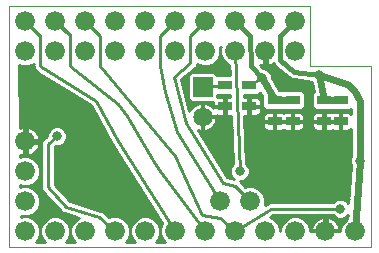
<source format=gtl>
G75*
%MOIN*%
%OFA0B0*%
%FSLAX25Y25*%
%IPPOS*%
%LPD*%
%AMOC8*
5,1,8,0,0,1.08239X$1,22.5*
%
%ADD10C,0.00000*%
%ADD11C,0.06600*%
%ADD12R,0.06500X0.06500*%
%ADD13C,0.06500*%
%ADD14R,0.04724X0.03150*%
%ADD15C,0.01000*%
%ADD16C,0.03200*%
%ADD17C,0.01600*%
%ADD18C,0.02400*%
%ADD19C,0.01200*%
D10*
X0030829Y0002606D02*
X0151329Y0002606D01*
X0151329Y0062811D01*
X0131250Y0062850D01*
X0131211Y0062889D01*
X0131211Y0072811D01*
X0131250Y0082850D01*
X0030829Y0082850D01*
X0030829Y0002606D01*
D11*
X0036250Y0007850D03*
X0046250Y0007850D03*
X0056250Y0007850D03*
X0066250Y0007850D03*
X0076250Y0007850D03*
X0086250Y0007850D03*
X0096250Y0007850D03*
X0106250Y0007850D03*
X0116250Y0007850D03*
X0126250Y0007850D03*
X0136250Y0007850D03*
X0146250Y0007850D03*
X0111250Y0017850D03*
X0101250Y0017850D03*
X0096250Y0067850D03*
X0086250Y0067850D03*
X0076250Y0067850D03*
X0066250Y0067850D03*
X0056250Y0067850D03*
X0046250Y0067850D03*
X0036250Y0067850D03*
X0036250Y0077850D03*
X0046250Y0077850D03*
X0056250Y0077850D03*
X0066250Y0077850D03*
X0076250Y0077850D03*
X0086250Y0077850D03*
X0096250Y0077850D03*
X0106250Y0077850D03*
X0116250Y0077850D03*
X0126250Y0077850D03*
X0126250Y0067850D03*
X0116250Y0067850D03*
X0106250Y0067850D03*
X0036250Y0037850D03*
X0036250Y0027850D03*
X0036250Y0017850D03*
D12*
X0095329Y0056007D03*
D13*
X0095329Y0046007D03*
D14*
X0102829Y0049464D03*
X0102829Y0056551D03*
X0110829Y0056551D03*
X0110829Y0049464D03*
X0119329Y0051551D03*
X0125329Y0051551D03*
X0125329Y0044464D03*
X0119329Y0044464D03*
X0135829Y0044464D03*
X0141329Y0044464D03*
X0141329Y0051551D03*
X0135829Y0051551D03*
D15*
X0131767Y0051533D02*
X0129391Y0051533D01*
X0129391Y0052531D02*
X0131767Y0052531D01*
X0131767Y0053530D02*
X0129391Y0053530D01*
X0129391Y0053830D02*
X0128395Y0054826D01*
X0120821Y0054826D01*
X0118550Y0058889D01*
X0118550Y0059506D01*
X0118048Y0060719D01*
X0117119Y0061648D01*
X0115906Y0062150D01*
X0115574Y0062150D01*
X0114381Y0063415D01*
X0114407Y0063402D01*
X0115126Y0063168D01*
X0115750Y0063069D01*
X0115750Y0067350D01*
X0116750Y0067350D01*
X0116750Y0063069D01*
X0117374Y0063168D01*
X0118093Y0063402D01*
X0118766Y0063745D01*
X0118941Y0063872D01*
X0118982Y0063793D01*
X0119131Y0063434D01*
X0119210Y0063354D01*
X0119262Y0063255D01*
X0119559Y0063005D01*
X0119834Y0062731D01*
X0119938Y0062688D01*
X0124006Y0059273D01*
X0124137Y0059101D01*
X0124384Y0058956D01*
X0124603Y0058773D01*
X0124809Y0058708D01*
X0124996Y0058598D01*
X0125279Y0058560D01*
X0125551Y0058474D01*
X0125767Y0058493D01*
X0131712Y0057675D01*
X0132335Y0054398D01*
X0131767Y0053830D01*
X0131767Y0049272D01*
X0132762Y0048276D01*
X0144395Y0048276D01*
X0144850Y0048731D01*
X0144850Y0047001D01*
X0144612Y0047239D01*
X0144270Y0047437D01*
X0143888Y0047539D01*
X0141616Y0047539D01*
X0141616Y0044752D01*
X0141041Y0044752D01*
X0141041Y0047539D01*
X0141616Y0047539D01*
X0141041Y0047539D02*
X0138769Y0047539D01*
X0138579Y0047488D01*
X0138388Y0047539D01*
X0136116Y0047539D01*
X0136116Y0044752D01*
X0135541Y0044752D01*
X0135541Y0047539D01*
X0136116Y0047539D01*
X0135541Y0047539D02*
X0133269Y0047539D01*
X0132888Y0047437D01*
X0132546Y0047239D01*
X0132266Y0046960D01*
X0132069Y0046618D01*
X0131967Y0046236D01*
X0131967Y0044752D01*
X0135541Y0044752D01*
X0135541Y0044177D01*
X0131967Y0044177D01*
X0131967Y0042692D01*
X0132069Y0042310D01*
X0132266Y0041968D01*
X0132546Y0041689D01*
X0132888Y0041492D01*
X0133269Y0041389D01*
X0135541Y0041389D01*
X0135541Y0044177D01*
X0136116Y0044177D01*
X0136116Y0044752D01*
X0139691Y0044752D01*
X0141041Y0044752D01*
X0141041Y0044177D01*
X0136116Y0044177D01*
X0136116Y0041389D01*
X0138388Y0041389D01*
X0138579Y0041440D01*
X0138769Y0041389D01*
X0141041Y0041389D01*
X0141041Y0044177D01*
X0141616Y0044177D01*
X0141616Y0041389D01*
X0143888Y0041389D01*
X0144270Y0041492D01*
X0144612Y0041689D01*
X0144850Y0041927D01*
X0144850Y0032972D01*
X0144450Y0032006D01*
X0144450Y0030694D01*
X0144755Y0029957D01*
X0143948Y0017318D01*
X0143119Y0018148D01*
X0141906Y0018650D01*
X0140594Y0018650D01*
X0139381Y0018148D01*
X0138783Y0017550D01*
X0118501Y0017550D01*
X0117857Y0017699D01*
X0117619Y0017550D01*
X0117339Y0017550D01*
X0116872Y0017083D01*
X0116160Y0016638D01*
X0116250Y0016855D01*
X0116250Y0018845D01*
X0115489Y0020682D01*
X0114082Y0022089D01*
X0112245Y0022850D01*
X0110255Y0022850D01*
X0109623Y0022588D01*
X0107997Y0024214D01*
X0107796Y0024550D01*
X0108406Y0024550D01*
X0109619Y0025052D01*
X0110548Y0025981D01*
X0111050Y0027194D01*
X0111050Y0028506D01*
X0110548Y0029719D01*
X0109855Y0030411D01*
X0109256Y0046389D01*
X0110541Y0046389D01*
X0110541Y0049177D01*
X0111116Y0049177D01*
X0111116Y0049752D01*
X0110541Y0049752D01*
X0110541Y0052539D01*
X0109026Y0052539D01*
X0108998Y0053276D01*
X0113895Y0053276D01*
X0114631Y0054012D01*
X0115267Y0052875D01*
X0115267Y0049272D01*
X0116262Y0048276D01*
X0128395Y0048276D01*
X0129391Y0049272D01*
X0129391Y0053830D01*
X0128692Y0054528D02*
X0132310Y0054528D01*
X0132120Y0055527D02*
X0120429Y0055527D01*
X0119871Y0056526D02*
X0131930Y0056526D01*
X0131740Y0057524D02*
X0119313Y0057524D01*
X0118755Y0058523D02*
X0125396Y0058523D01*
X0123711Y0059521D02*
X0118544Y0059521D01*
X0118130Y0060520D02*
X0122521Y0060520D01*
X0121331Y0061518D02*
X0117249Y0061518D01*
X0116750Y0063515D02*
X0115750Y0063515D01*
X0115750Y0064514D02*
X0116750Y0064514D01*
X0116750Y0065512D02*
X0115750Y0065512D01*
X0115750Y0066511D02*
X0116750Y0066511D01*
X0118315Y0063515D02*
X0119097Y0063515D01*
X0120141Y0062517D02*
X0115228Y0062517D01*
X0115250Y0058850D02*
X0110829Y0056551D01*
X0114149Y0053530D02*
X0114901Y0053530D01*
X0115267Y0052531D02*
X0113416Y0052531D01*
X0113388Y0052539D02*
X0111116Y0052539D01*
X0111116Y0049752D01*
X0114691Y0049752D01*
X0114691Y0051236D01*
X0114589Y0051618D01*
X0114391Y0051960D01*
X0114112Y0052239D01*
X0113770Y0052437D01*
X0113388Y0052539D01*
X0114611Y0051533D02*
X0115267Y0051533D01*
X0115267Y0050534D02*
X0114691Y0050534D01*
X0115267Y0049536D02*
X0111116Y0049536D01*
X0111116Y0049177D02*
X0114691Y0049177D01*
X0114691Y0047692D01*
X0114589Y0047310D01*
X0114391Y0046968D01*
X0114112Y0046689D01*
X0113770Y0046492D01*
X0113388Y0046389D01*
X0111116Y0046389D01*
X0111116Y0049177D01*
X0111116Y0048537D02*
X0110541Y0048537D01*
X0110541Y0047539D02*
X0111116Y0047539D01*
X0111116Y0046540D02*
X0110541Y0046540D01*
X0109288Y0045542D02*
X0115467Y0045542D01*
X0115467Y0046236D02*
X0115467Y0044752D01*
X0119041Y0044752D01*
X0119041Y0047539D01*
X0119616Y0047539D01*
X0119616Y0044752D01*
X0119041Y0044752D01*
X0119041Y0044177D01*
X0115467Y0044177D01*
X0115467Y0042692D01*
X0115569Y0042310D01*
X0115766Y0041968D01*
X0116046Y0041689D01*
X0116388Y0041492D01*
X0116769Y0041389D01*
X0119041Y0041389D01*
X0119041Y0044177D01*
X0119616Y0044177D01*
X0119616Y0044752D01*
X0125041Y0044752D01*
X0125041Y0047539D01*
X0125616Y0047539D01*
X0125616Y0044752D01*
X0125041Y0044752D01*
X0125041Y0044177D01*
X0121467Y0044177D01*
X0119616Y0044177D01*
X0119616Y0041389D01*
X0121888Y0041389D01*
X0122270Y0041492D01*
X0122329Y0041526D01*
X0122388Y0041492D01*
X0122769Y0041389D01*
X0125041Y0041389D01*
X0125041Y0044177D01*
X0125616Y0044177D01*
X0125616Y0044752D01*
X0129191Y0044752D01*
X0129191Y0046236D01*
X0129089Y0046618D01*
X0128891Y0046960D01*
X0128612Y0047239D01*
X0128270Y0047437D01*
X0127888Y0047539D01*
X0125616Y0047539D01*
X0125041Y0047539D02*
X0122769Y0047539D01*
X0122388Y0047437D01*
X0122329Y0047403D01*
X0122270Y0047437D01*
X0121888Y0047539D01*
X0119616Y0047539D01*
X0119041Y0047539D02*
X0116769Y0047539D01*
X0116388Y0047437D01*
X0116046Y0047239D01*
X0115766Y0046960D01*
X0115569Y0046618D01*
X0115467Y0046236D01*
X0115548Y0046540D02*
X0113854Y0046540D01*
X0114650Y0047539D02*
X0116769Y0047539D01*
X0116001Y0048537D02*
X0114691Y0048537D01*
X0111116Y0050534D02*
X0110541Y0050534D01*
X0110541Y0051533D02*
X0111116Y0051533D01*
X0111116Y0052531D02*
X0110541Y0052531D01*
X0104623Y0052539D02*
X0103116Y0052539D01*
X0103116Y0049752D01*
X0102541Y0049752D01*
X0102541Y0052539D01*
X0100279Y0052539D01*
X0100279Y0053276D01*
X0104595Y0053276D01*
X0104623Y0052539D01*
X0103116Y0052531D02*
X0102541Y0052531D01*
X0102541Y0051533D02*
X0103116Y0051533D01*
X0103116Y0050534D02*
X0102541Y0050534D01*
X0102541Y0049752D02*
X0102541Y0049177D01*
X0098967Y0049177D01*
X0098967Y0049082D01*
X0098952Y0049102D01*
X0098423Y0049631D01*
X0097818Y0050070D01*
X0097152Y0050409D01*
X0096441Y0050641D01*
X0095703Y0050757D01*
X0095518Y0050757D01*
X0095518Y0046197D01*
X0095140Y0046197D01*
X0095140Y0050757D01*
X0094955Y0050757D01*
X0094216Y0050641D01*
X0093505Y0050409D01*
X0092839Y0050070D01*
X0092234Y0049631D01*
X0091706Y0049102D01*
X0091266Y0048497D01*
X0090972Y0047919D01*
X0088232Y0058538D01*
X0092035Y0061650D01*
X0092161Y0061650D01*
X0092728Y0062217D01*
X0093348Y0062724D01*
X0093361Y0062850D01*
X0093450Y0062939D01*
X0093450Y0063598D01*
X0095255Y0062850D01*
X0097245Y0062850D01*
X0099082Y0063611D01*
X0100489Y0065018D01*
X0101250Y0066855D01*
X0102011Y0065018D01*
X0103418Y0063611D01*
X0104220Y0063279D01*
X0104349Y0059826D01*
X0100279Y0059826D01*
X0100279Y0059962D01*
X0099283Y0060957D01*
X0091375Y0060957D01*
X0090379Y0059962D01*
X0090379Y0052053D01*
X0091375Y0051057D01*
X0098967Y0051057D01*
X0098967Y0049752D01*
X0102541Y0049752D01*
X0102541Y0049536D02*
X0098518Y0049536D01*
X0098967Y0050534D02*
X0096767Y0050534D01*
X0095518Y0050534D02*
X0095140Y0050534D01*
X0095140Y0049536D02*
X0095518Y0049536D01*
X0095518Y0048537D02*
X0095140Y0048537D01*
X0095140Y0047539D02*
X0095518Y0047539D01*
X0095518Y0046540D02*
X0095140Y0046540D01*
X0095518Y0046196D02*
X0095518Y0045818D01*
X0095518Y0041257D01*
X0095703Y0041257D01*
X0096441Y0041374D01*
X0097152Y0041605D01*
X0097818Y0041945D01*
X0098423Y0042384D01*
X0098952Y0042913D01*
X0099391Y0043518D01*
X0099731Y0044184D01*
X0099962Y0044895D01*
X0100079Y0045634D01*
X0100079Y0045818D01*
X0095518Y0045818D01*
X0095140Y0045818D01*
X0095140Y0041257D01*
X0094955Y0041257D01*
X0094216Y0041374D01*
X0093809Y0041507D01*
X0103645Y0025769D01*
X0105671Y0025263D01*
X0104952Y0025981D01*
X0104450Y0027194D01*
X0104450Y0028506D01*
X0104952Y0029719D01*
X0105459Y0030226D01*
X0104853Y0046389D01*
X0103116Y0046389D01*
X0103116Y0049177D01*
X0102541Y0049177D01*
X0102541Y0046389D01*
X0100269Y0046389D01*
X0100069Y0046443D01*
X0100079Y0046381D01*
X0100079Y0046196D01*
X0095518Y0046196D01*
X0095518Y0045542D02*
X0095140Y0045542D01*
X0095140Y0044543D02*
X0095518Y0044543D01*
X0095518Y0043545D02*
X0095140Y0043545D01*
X0095140Y0042546D02*
X0095518Y0042546D01*
X0095518Y0041548D02*
X0095140Y0041548D01*
X0094407Y0040549D02*
X0105072Y0040549D01*
X0105110Y0039551D02*
X0095031Y0039551D01*
X0095655Y0038552D02*
X0105147Y0038552D01*
X0105185Y0037554D02*
X0096279Y0037554D01*
X0096904Y0036555D02*
X0105222Y0036555D01*
X0105259Y0035557D02*
X0097528Y0035557D01*
X0098152Y0034558D02*
X0105297Y0034558D01*
X0105334Y0033560D02*
X0098776Y0033560D01*
X0099400Y0032561D02*
X0105372Y0032561D01*
X0105409Y0031563D02*
X0100024Y0031563D01*
X0100648Y0030564D02*
X0105447Y0030564D01*
X0104889Y0029566D02*
X0101272Y0029566D01*
X0101896Y0028567D02*
X0104475Y0028567D01*
X0104450Y0027569D02*
X0102520Y0027569D01*
X0103144Y0026570D02*
X0104708Y0026570D01*
X0104434Y0025572D02*
X0105361Y0025572D01*
X0107750Y0027850D02*
X0106250Y0067850D01*
X0102515Y0064514D02*
X0099985Y0064514D01*
X0100694Y0065512D02*
X0101806Y0065512D01*
X0101393Y0066511D02*
X0101107Y0066511D01*
X0101250Y0066855D02*
X0101250Y0068845D01*
X0101459Y0069350D01*
X0101041Y0069350D01*
X0101250Y0068845D01*
X0101250Y0066855D01*
X0101250Y0067509D02*
X0101250Y0067509D01*
X0101250Y0068508D02*
X0101250Y0068508D01*
X0098850Y0063515D02*
X0103650Y0063515D01*
X0104248Y0062517D02*
X0093094Y0062517D01*
X0093450Y0063515D02*
X0093650Y0063515D01*
X0091250Y0063850D02*
X0091250Y0072850D01*
X0096250Y0077850D01*
X0086250Y0077850D02*
X0081250Y0072850D01*
X0081250Y0062850D01*
X0082750Y0054350D01*
X0086750Y0040850D01*
X0101250Y0017850D01*
X0101250Y0012350D02*
X0095250Y0013350D01*
X0086250Y0032850D01*
X0061250Y0062850D01*
X0061250Y0072850D01*
X0056250Y0077850D01*
X0051250Y0073350D02*
X0051250Y0062850D01*
X0067250Y0050350D01*
X0070250Y0046350D01*
X0079250Y0030850D01*
X0081250Y0027850D01*
X0096250Y0007850D01*
X0101250Y0012350D02*
X0106250Y0007850D01*
X0118250Y0015350D01*
X0141250Y0015350D01*
X0143683Y0017584D02*
X0143965Y0017584D01*
X0144029Y0018582D02*
X0142070Y0018582D01*
X0140430Y0018582D02*
X0116250Y0018582D01*
X0116250Y0017584D02*
X0117673Y0017584D01*
X0118355Y0017584D02*
X0138817Y0017584D01*
X0138783Y0013150D02*
X0139381Y0012552D01*
X0140594Y0012050D01*
X0141906Y0012050D01*
X0143119Y0012552D01*
X0143680Y0013113D01*
X0143620Y0012173D01*
X0143418Y0012089D01*
X0142011Y0010682D01*
X0141250Y0008845D01*
X0141250Y0007893D01*
X0136750Y0007912D01*
X0136750Y0008350D01*
X0135750Y0008350D01*
X0135750Y0012631D01*
X0135126Y0012532D01*
X0134407Y0012298D01*
X0133734Y0011955D01*
X0133123Y0011511D01*
X0132589Y0010977D01*
X0132145Y0010366D01*
X0131802Y0009693D01*
X0131568Y0008974D01*
X0131469Y0008350D01*
X0135750Y0008350D01*
X0135750Y0007916D01*
X0131250Y0007935D01*
X0131250Y0008845D01*
X0130489Y0010682D01*
X0129082Y0012089D01*
X0127245Y0012850D01*
X0125255Y0012850D01*
X0123418Y0012089D01*
X0122011Y0010682D01*
X0121250Y0008845D01*
X0120489Y0010682D01*
X0119082Y0012089D01*
X0117940Y0012562D01*
X0118881Y0013150D01*
X0138783Y0013150D01*
X0139342Y0012591D02*
X0137000Y0012591D01*
X0136750Y0012591D02*
X0135750Y0012591D01*
X0135500Y0012591D02*
X0127870Y0012591D01*
X0129579Y0011593D02*
X0133235Y0011593D01*
X0132311Y0010594D02*
X0130525Y0010594D01*
X0130939Y0009595D02*
X0131770Y0009595D01*
X0131508Y0008597D02*
X0131250Y0008597D01*
X0135750Y0008597D02*
X0136750Y0008597D01*
X0136750Y0008350D02*
X0136750Y0012631D01*
X0137374Y0012532D01*
X0138093Y0012298D01*
X0138766Y0011955D01*
X0139377Y0011511D01*
X0139911Y0010977D01*
X0140355Y0010366D01*
X0140698Y0009693D01*
X0140932Y0008974D01*
X0141031Y0008350D01*
X0136750Y0008350D01*
X0136750Y0009595D02*
X0135750Y0009595D01*
X0135750Y0010594D02*
X0136750Y0010594D01*
X0136750Y0011593D02*
X0135750Y0011593D01*
X0139265Y0011593D02*
X0142921Y0011593D01*
X0143158Y0012591D02*
X0143647Y0012591D01*
X0141975Y0010594D02*
X0140189Y0010594D01*
X0140730Y0009595D02*
X0141561Y0009595D01*
X0141250Y0008597D02*
X0140992Y0008597D01*
X0144093Y0019581D02*
X0115945Y0019581D01*
X0115532Y0020579D02*
X0144157Y0020579D01*
X0144220Y0021578D02*
X0114593Y0021578D01*
X0112906Y0022576D02*
X0144284Y0022576D01*
X0144348Y0023575D02*
X0108637Y0023575D01*
X0108462Y0024573D02*
X0144412Y0024573D01*
X0144475Y0025572D02*
X0110139Y0025572D01*
X0110792Y0026570D02*
X0144539Y0026570D01*
X0144603Y0027569D02*
X0111050Y0027569D01*
X0111025Y0028567D02*
X0144666Y0028567D01*
X0144730Y0029566D02*
X0110611Y0029566D01*
X0109850Y0030564D02*
X0144504Y0030564D01*
X0144450Y0031563D02*
X0109812Y0031563D01*
X0109775Y0032561D02*
X0144680Y0032561D01*
X0144850Y0033560D02*
X0109737Y0033560D01*
X0109700Y0034558D02*
X0144850Y0034558D01*
X0144850Y0035557D02*
X0109663Y0035557D01*
X0109625Y0036555D02*
X0144850Y0036555D01*
X0144850Y0037554D02*
X0109588Y0037554D01*
X0109550Y0038552D02*
X0144850Y0038552D01*
X0144850Y0039551D02*
X0109513Y0039551D01*
X0109475Y0040549D02*
X0144850Y0040549D01*
X0144850Y0041548D02*
X0144367Y0041548D01*
X0141616Y0041548D02*
X0141041Y0041548D01*
X0141041Y0042546D02*
X0141616Y0042546D01*
X0141616Y0043545D02*
X0141041Y0043545D01*
X0141041Y0044543D02*
X0136116Y0044543D01*
X0135541Y0044543D02*
X0125616Y0044543D01*
X0125616Y0044177D02*
X0129191Y0044177D01*
X0129191Y0042692D01*
X0129089Y0042310D01*
X0128891Y0041968D01*
X0128612Y0041689D01*
X0128270Y0041492D01*
X0127888Y0041389D01*
X0125616Y0041389D01*
X0125616Y0044177D01*
X0125616Y0043545D02*
X0125041Y0043545D01*
X0125041Y0044543D02*
X0119616Y0044543D01*
X0119041Y0044543D02*
X0109326Y0044543D01*
X0109363Y0043545D02*
X0115467Y0043545D01*
X0115506Y0042546D02*
X0109400Y0042546D01*
X0109438Y0041548D02*
X0116290Y0041548D01*
X0119041Y0041548D02*
X0119616Y0041548D01*
X0119616Y0042546D02*
X0119041Y0042546D01*
X0119041Y0043545D02*
X0119616Y0043545D01*
X0119616Y0045542D02*
X0119041Y0045542D01*
X0119041Y0046540D02*
X0119616Y0046540D01*
X0121889Y0047539D02*
X0122769Y0047539D01*
X0125041Y0046540D02*
X0125616Y0046540D01*
X0125616Y0045542D02*
X0125041Y0045542D01*
X0125041Y0042546D02*
X0125616Y0042546D01*
X0125616Y0041548D02*
X0125041Y0041548D01*
X0128367Y0041548D02*
X0132790Y0041548D01*
X0132006Y0042546D02*
X0129152Y0042546D01*
X0129191Y0043545D02*
X0131967Y0043545D01*
X0131967Y0045542D02*
X0129191Y0045542D01*
X0129109Y0046540D02*
X0132048Y0046540D01*
X0133269Y0047539D02*
X0127889Y0047539D01*
X0128657Y0048537D02*
X0132501Y0048537D01*
X0131767Y0049536D02*
X0129391Y0049536D01*
X0129391Y0050534D02*
X0131767Y0050534D01*
X0135541Y0046540D02*
X0136116Y0046540D01*
X0136116Y0045542D02*
X0135541Y0045542D01*
X0135541Y0043545D02*
X0136116Y0043545D01*
X0136116Y0042546D02*
X0135541Y0042546D01*
X0135541Y0041548D02*
X0136116Y0041548D01*
X0141041Y0045542D02*
X0141616Y0045542D01*
X0141616Y0046540D02*
X0141041Y0046540D01*
X0138769Y0047539D02*
X0138389Y0047539D01*
X0143889Y0047539D02*
X0144850Y0047539D01*
X0144850Y0048537D02*
X0144657Y0048537D01*
X0111250Y0017850D02*
X0106250Y0022850D01*
X0102250Y0023850D01*
X0089750Y0043850D01*
X0085750Y0059350D01*
X0091250Y0063850D01*
X0091874Y0061518D02*
X0104286Y0061518D01*
X0104323Y0060520D02*
X0099721Y0060520D01*
X0102829Y0056551D02*
X0095329Y0056007D01*
X0090379Y0055527D02*
X0089009Y0055527D01*
X0089266Y0054528D02*
X0090379Y0054528D01*
X0090379Y0053530D02*
X0089524Y0053530D01*
X0089782Y0052531D02*
X0090379Y0052531D01*
X0090039Y0051533D02*
X0090899Y0051533D01*
X0090297Y0050534D02*
X0093890Y0050534D01*
X0092140Y0049536D02*
X0090555Y0049536D01*
X0090812Y0048537D02*
X0091296Y0048537D01*
X0096975Y0041548D02*
X0105035Y0041548D01*
X0104997Y0042546D02*
X0098585Y0042546D01*
X0099405Y0043545D02*
X0104960Y0043545D01*
X0104922Y0044543D02*
X0099847Y0044543D01*
X0100064Y0045542D02*
X0104885Y0045542D01*
X0103116Y0046540D02*
X0102541Y0046540D01*
X0102541Y0047539D02*
X0103116Y0047539D01*
X0103116Y0048537D02*
X0102541Y0048537D01*
X0090379Y0056526D02*
X0088751Y0056526D01*
X0088493Y0057524D02*
X0090379Y0057524D01*
X0090379Y0058523D02*
X0088236Y0058523D01*
X0089433Y0059521D02*
X0090379Y0059521D01*
X0090654Y0060520D02*
X0090937Y0060520D01*
X0059750Y0051350D02*
X0067250Y0037850D01*
X0086250Y0007850D01*
X0082723Y0004306D02*
X0079777Y0004306D01*
X0080489Y0005018D01*
X0081250Y0006855D01*
X0081250Y0008845D01*
X0080489Y0010682D01*
X0079082Y0012089D01*
X0077245Y0012850D01*
X0075255Y0012850D01*
X0073418Y0012089D01*
X0072011Y0010682D01*
X0071250Y0008845D01*
X0070489Y0010682D01*
X0069082Y0012089D01*
X0067245Y0012850D01*
X0065255Y0012850D01*
X0064278Y0012445D01*
X0062586Y0013898D01*
X0062364Y0014328D01*
X0061923Y0014468D01*
X0061571Y0014770D01*
X0061089Y0014733D01*
X0051050Y0017927D01*
X0046029Y0023368D01*
X0046029Y0035977D01*
X0046305Y0036207D01*
X0047485Y0036207D01*
X0048698Y0036710D01*
X0049626Y0037638D01*
X0050129Y0038851D01*
X0050129Y0040164D01*
X0049626Y0041377D01*
X0048698Y0042305D01*
X0047485Y0042807D01*
X0046172Y0042807D01*
X0044959Y0042305D01*
X0044031Y0041377D01*
X0043529Y0040164D01*
X0043529Y0039621D01*
X0043032Y0039207D01*
X0042917Y0039207D01*
X0042344Y0038634D01*
X0041720Y0038114D01*
X0041710Y0038000D01*
X0041629Y0037919D01*
X0041629Y0037107D01*
X0041555Y0036299D01*
X0041629Y0036211D01*
X0041629Y0022551D01*
X0041594Y0021685D01*
X0041629Y0021647D01*
X0041629Y0021596D01*
X0042242Y0020983D01*
X0048011Y0014733D01*
X0048293Y0014187D01*
X0048607Y0014088D01*
X0048830Y0013846D01*
X0049444Y0013821D01*
X0054057Y0012354D01*
X0053418Y0012089D01*
X0052011Y0010682D01*
X0051250Y0008845D01*
X0050489Y0010682D01*
X0049082Y0012089D01*
X0047245Y0012850D01*
X0045255Y0012850D01*
X0043418Y0012089D01*
X0042011Y0010682D01*
X0041250Y0008845D01*
X0040489Y0010682D01*
X0039082Y0012089D01*
X0037245Y0012850D01*
X0039082Y0013611D01*
X0040489Y0015018D01*
X0041250Y0016855D01*
X0041250Y0018845D01*
X0040489Y0020682D01*
X0039082Y0022089D01*
X0037245Y0022850D01*
X0039082Y0023611D01*
X0040489Y0025018D01*
X0041250Y0026855D01*
X0041250Y0028845D01*
X0040489Y0030682D01*
X0039082Y0032089D01*
X0037245Y0032850D01*
X0035255Y0032850D01*
X0034527Y0032548D01*
X0034521Y0033365D01*
X0035126Y0033168D01*
X0035750Y0033069D01*
X0035750Y0037350D01*
X0036750Y0037350D01*
X0036750Y0038350D01*
X0035750Y0038350D01*
X0035750Y0042631D01*
X0035126Y0042532D01*
X0034453Y0042313D01*
X0034296Y0063247D01*
X0035255Y0062850D01*
X0037245Y0062850D01*
X0039050Y0063598D01*
X0039050Y0063478D01*
X0038900Y0063238D01*
X0039050Y0062597D01*
X0039050Y0061939D01*
X0039250Y0061738D01*
X0039315Y0061463D01*
X0039873Y0061115D01*
X0040339Y0060650D01*
X0040622Y0060650D01*
X0058104Y0049783D01*
X0064920Y0037514D01*
X0064904Y0037443D01*
X0065358Y0036726D01*
X0065769Y0035985D01*
X0065840Y0035965D01*
X0081948Y0010530D01*
X0081250Y0008845D01*
X0081250Y0006855D01*
X0082011Y0005018D01*
X0082723Y0004306D01*
X0082426Y0004603D02*
X0080074Y0004603D01*
X0080731Y0005601D02*
X0081769Y0005601D01*
X0081356Y0006600D02*
X0081144Y0006600D01*
X0081250Y0007598D02*
X0081250Y0007598D01*
X0081250Y0008597D02*
X0081250Y0008597D01*
X0080939Y0009595D02*
X0081561Y0009595D01*
X0081908Y0010594D02*
X0080525Y0010594D01*
X0081276Y0011593D02*
X0079579Y0011593D01*
X0080643Y0012591D02*
X0077870Y0012591D01*
X0080011Y0013590D02*
X0062945Y0013590D01*
X0061783Y0014588D02*
X0079378Y0014588D01*
X0078746Y0015587D02*
X0058407Y0015587D01*
X0055269Y0016585D02*
X0078114Y0016585D01*
X0077481Y0017584D02*
X0052131Y0017584D01*
X0050446Y0018582D02*
X0076849Y0018582D01*
X0076217Y0019581D02*
X0049524Y0019581D01*
X0048603Y0020579D02*
X0075584Y0020579D01*
X0074952Y0021578D02*
X0047681Y0021578D01*
X0046759Y0022576D02*
X0074319Y0022576D01*
X0073687Y0023575D02*
X0046029Y0023575D01*
X0046029Y0024573D02*
X0073055Y0024573D01*
X0072422Y0025572D02*
X0046029Y0025572D01*
X0046029Y0026570D02*
X0071790Y0026570D01*
X0071157Y0027569D02*
X0046029Y0027569D01*
X0046029Y0028567D02*
X0070525Y0028567D01*
X0069893Y0029566D02*
X0046029Y0029566D01*
X0046029Y0030564D02*
X0069260Y0030564D01*
X0068628Y0031563D02*
X0046029Y0031563D01*
X0046029Y0032561D02*
X0067995Y0032561D01*
X0067363Y0033560D02*
X0046029Y0033560D01*
X0046029Y0034558D02*
X0066731Y0034558D01*
X0066098Y0035557D02*
X0046029Y0035557D01*
X0048325Y0036555D02*
X0065453Y0036555D01*
X0064898Y0037554D02*
X0049542Y0037554D01*
X0050005Y0038552D02*
X0064343Y0038552D01*
X0063788Y0039551D02*
X0050129Y0039551D01*
X0049969Y0040549D02*
X0063234Y0040549D01*
X0062679Y0041548D02*
X0049455Y0041548D01*
X0048116Y0042546D02*
X0062124Y0042546D01*
X0061569Y0043545D02*
X0034444Y0043545D01*
X0034437Y0044543D02*
X0061015Y0044543D01*
X0060460Y0045542D02*
X0034429Y0045542D01*
X0034421Y0046540D02*
X0059905Y0046540D01*
X0059351Y0047539D02*
X0034414Y0047539D01*
X0034406Y0048537D02*
X0058796Y0048537D01*
X0058241Y0049536D02*
X0034399Y0049536D01*
X0034391Y0050534D02*
X0056895Y0050534D01*
X0055288Y0051533D02*
X0034384Y0051533D01*
X0034376Y0052531D02*
X0053682Y0052531D01*
X0052076Y0053530D02*
X0034369Y0053530D01*
X0034361Y0054528D02*
X0050470Y0054528D01*
X0048863Y0055527D02*
X0034354Y0055527D01*
X0034346Y0056526D02*
X0047257Y0056526D01*
X0045651Y0057524D02*
X0034339Y0057524D01*
X0034331Y0058523D02*
X0044044Y0058523D01*
X0042438Y0059521D02*
X0034324Y0059521D01*
X0034316Y0060520D02*
X0040832Y0060520D01*
X0039302Y0061518D02*
X0034309Y0061518D01*
X0034301Y0062517D02*
X0039050Y0062517D01*
X0039050Y0063515D02*
X0038850Y0063515D01*
X0041250Y0062850D02*
X0041250Y0072850D01*
X0041250Y0062850D02*
X0059750Y0051350D01*
X0046829Y0039507D02*
X0043829Y0037007D01*
X0043829Y0022507D01*
X0049829Y0016007D01*
X0060829Y0012507D01*
X0066250Y0007850D01*
X0069777Y0004306D02*
X0070489Y0005018D01*
X0071250Y0006855D01*
X0071250Y0008845D01*
X0071250Y0006855D01*
X0072011Y0005018D01*
X0072723Y0004306D01*
X0069777Y0004306D01*
X0070074Y0004603D02*
X0072426Y0004603D01*
X0071769Y0005601D02*
X0070731Y0005601D01*
X0071144Y0006600D02*
X0071356Y0006600D01*
X0071250Y0007598D02*
X0071250Y0007598D01*
X0071250Y0008597D02*
X0071250Y0008597D01*
X0070939Y0009595D02*
X0071561Y0009595D01*
X0071975Y0010594D02*
X0070525Y0010594D01*
X0069579Y0011593D02*
X0072921Y0011593D01*
X0074630Y0012591D02*
X0067870Y0012591D01*
X0064630Y0012591D02*
X0064108Y0012591D01*
X0053310Y0012591D02*
X0047870Y0012591D01*
X0049579Y0011593D02*
X0052921Y0011593D01*
X0051975Y0010594D02*
X0050525Y0010594D01*
X0050939Y0009595D02*
X0051561Y0009595D01*
X0051250Y0008845D02*
X0051250Y0006855D01*
X0050489Y0005018D01*
X0049777Y0004306D01*
X0052723Y0004306D01*
X0052011Y0005018D01*
X0051250Y0006855D01*
X0051250Y0008845D01*
X0051250Y0008597D02*
X0051250Y0008597D01*
X0051250Y0007598D02*
X0051250Y0007598D01*
X0051144Y0006600D02*
X0051356Y0006600D01*
X0051769Y0005601D02*
X0050731Y0005601D01*
X0050074Y0004603D02*
X0052426Y0004603D01*
X0042723Y0004306D02*
X0039777Y0004306D01*
X0040489Y0005018D01*
X0041250Y0006855D01*
X0041250Y0008845D01*
X0041250Y0006855D01*
X0042011Y0005018D01*
X0042723Y0004306D01*
X0042426Y0004603D02*
X0040074Y0004603D01*
X0040731Y0005601D02*
X0041769Y0005601D01*
X0041356Y0006600D02*
X0041144Y0006600D01*
X0041250Y0007598D02*
X0041250Y0007598D01*
X0041250Y0008597D02*
X0041250Y0008597D01*
X0040939Y0009595D02*
X0041561Y0009595D01*
X0041975Y0010594D02*
X0040525Y0010594D01*
X0039579Y0011593D02*
X0042921Y0011593D01*
X0044630Y0012591D02*
X0037870Y0012591D01*
X0037245Y0012850D02*
X0035255Y0012850D01*
X0034673Y0013091D01*
X0034677Y0012610D01*
X0035255Y0012850D01*
X0037245Y0012850D01*
X0039030Y0013590D02*
X0050172Y0013590D01*
X0048086Y0014588D02*
X0040059Y0014588D01*
X0040724Y0015587D02*
X0047223Y0015587D01*
X0046302Y0016585D02*
X0041138Y0016585D01*
X0041250Y0017584D02*
X0045380Y0017584D01*
X0044458Y0018582D02*
X0041250Y0018582D01*
X0040945Y0019581D02*
X0043536Y0019581D01*
X0042615Y0020579D02*
X0040532Y0020579D01*
X0039593Y0021578D02*
X0041647Y0021578D01*
X0041629Y0022576D02*
X0037906Y0022576D01*
X0037245Y0022850D02*
X0035255Y0022850D01*
X0037245Y0022850D01*
X0038994Y0023575D02*
X0041629Y0023575D01*
X0041629Y0024573D02*
X0040044Y0024573D01*
X0040718Y0025572D02*
X0041629Y0025572D01*
X0041629Y0026570D02*
X0041132Y0026570D01*
X0041250Y0027569D02*
X0041629Y0027569D01*
X0041629Y0028567D02*
X0041250Y0028567D01*
X0040951Y0029566D02*
X0041629Y0029566D01*
X0041629Y0030564D02*
X0040538Y0030564D01*
X0039608Y0031563D02*
X0041629Y0031563D01*
X0041629Y0032561D02*
X0037942Y0032561D01*
X0037374Y0033168D02*
X0038093Y0033402D01*
X0038766Y0033745D01*
X0039377Y0034189D01*
X0039911Y0034723D01*
X0040355Y0035334D01*
X0040698Y0036007D01*
X0040932Y0036726D01*
X0041031Y0037350D01*
X0036750Y0037350D01*
X0036750Y0033069D01*
X0037374Y0033168D01*
X0036750Y0033560D02*
X0035750Y0033560D01*
X0035750Y0034558D02*
X0036750Y0034558D01*
X0036750Y0035557D02*
X0035750Y0035557D01*
X0035750Y0036555D02*
X0036750Y0036555D01*
X0036750Y0037554D02*
X0041629Y0037554D01*
X0041031Y0038350D02*
X0040932Y0038974D01*
X0040698Y0039693D01*
X0040355Y0040366D01*
X0039911Y0040977D01*
X0039377Y0041511D01*
X0038766Y0041955D01*
X0038093Y0042298D01*
X0037374Y0042532D01*
X0036750Y0042631D01*
X0036750Y0038350D01*
X0041031Y0038350D01*
X0040999Y0038552D02*
X0042246Y0038552D01*
X0043444Y0039551D02*
X0040744Y0039551D01*
X0040222Y0040549D02*
X0043688Y0040549D01*
X0044202Y0041548D02*
X0039327Y0041548D01*
X0037282Y0042546D02*
X0045542Y0042546D01*
X0041579Y0036555D02*
X0040876Y0036555D01*
X0040469Y0035557D02*
X0041629Y0035557D01*
X0041629Y0034558D02*
X0039746Y0034558D01*
X0038403Y0033560D02*
X0041629Y0033560D01*
X0036750Y0038552D02*
X0035750Y0038552D01*
X0035750Y0039551D02*
X0036750Y0039551D01*
X0036750Y0040549D02*
X0035750Y0040549D01*
X0035750Y0041548D02*
X0036750Y0041548D01*
X0036750Y0042546D02*
X0035750Y0042546D01*
X0035218Y0042546D02*
X0034452Y0042546D01*
X0034527Y0032561D02*
X0034558Y0032561D01*
X0034598Y0023123D02*
X0035255Y0022850D01*
X0034602Y0022579D01*
X0034598Y0023123D01*
X0117987Y0012591D02*
X0124630Y0012591D01*
X0122921Y0011593D02*
X0119579Y0011593D01*
X0120525Y0010594D02*
X0121975Y0010594D01*
X0121561Y0009595D02*
X0120939Y0009595D01*
X0121250Y0008845D02*
X0121250Y0007978D01*
X0121250Y0007978D01*
X0121250Y0008845D01*
X0121250Y0008597D02*
X0121250Y0008597D01*
D16*
X0141250Y0015350D03*
X0147750Y0031350D03*
X0131250Y0037850D03*
X0120750Y0036850D03*
X0107750Y0027850D03*
X0070829Y0014007D03*
X0065329Y0015007D03*
X0046829Y0039507D03*
X0115250Y0058850D03*
X0134250Y0059850D03*
D17*
X0125829Y0061007D01*
X0121250Y0064850D01*
X0121250Y0072850D01*
X0126250Y0077850D01*
X0111250Y0072850D02*
X0106250Y0077850D01*
X0111250Y0072850D02*
X0111329Y0063007D01*
X0115250Y0058850D01*
X0126250Y0037350D02*
X0131250Y0037850D01*
X0126250Y0037350D02*
X0125250Y0037350D01*
X0120750Y0036850D01*
D18*
X0119329Y0051551D02*
X0115250Y0058850D01*
X0119329Y0051551D02*
X0125329Y0051551D01*
X0135829Y0051551D02*
X0134250Y0059850D01*
X0143586Y0056932D01*
X0145958Y0054867D01*
X0147750Y0051350D01*
X0147750Y0031350D01*
X0146250Y0007850D01*
X0136329Y0008819D02*
X0136250Y0007850D01*
X0116329Y0007968D02*
X0116250Y0007850D01*
X0135829Y0051551D02*
X0141329Y0051551D01*
D19*
X0051250Y0073350D02*
X0046250Y0077850D01*
X0041250Y0072850D02*
X0036250Y0077850D01*
M02*

</source>
